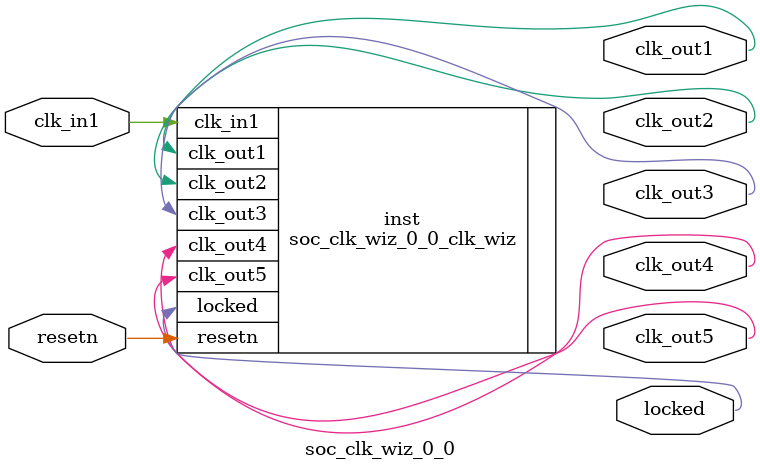
<source format=v>


`timescale 1ps/1ps

(* CORE_GENERATION_INFO = "soc_clk_wiz_0_0,clk_wiz_v6_0_4_0_0,{component_name=soc_clk_wiz_0_0,use_phase_alignment=false,use_min_o_jitter=false,use_max_i_jitter=false,use_dyn_phase_shift=false,use_inclk_switchover=false,use_dyn_reconfig=false,enable_axi=0,feedback_source=FDBK_AUTO,PRIMITIVE=MMCM,num_out_clk=5,clkin1_period=10.000,clkin2_period=10.000,use_power_down=false,use_reset=true,use_locked=true,use_inclk_stopped=false,feedback_type=SINGLE,CLOCK_MGR_TYPE=NA,manual_override=false}" *)

module soc_clk_wiz_0_0 
 (
  // Clock out ports
  output        clk_out1,
  output        clk_out2,
  output        clk_out3,
  output        clk_out4,
  output        clk_out5,
  // Status and control signals
  input         resetn,
  output        locked,
 // Clock in ports
  input         clk_in1
 );

  soc_clk_wiz_0_0_clk_wiz inst
  (
  // Clock out ports  
  .clk_out1(clk_out1),
  .clk_out2(clk_out2),
  .clk_out3(clk_out3),
  .clk_out4(clk_out4),
  .clk_out5(clk_out5),
  // Status and control signals               
  .resetn(resetn), 
  .locked(locked),
 // Clock in ports
  .clk_in1(clk_in1)
  );

endmodule

</source>
